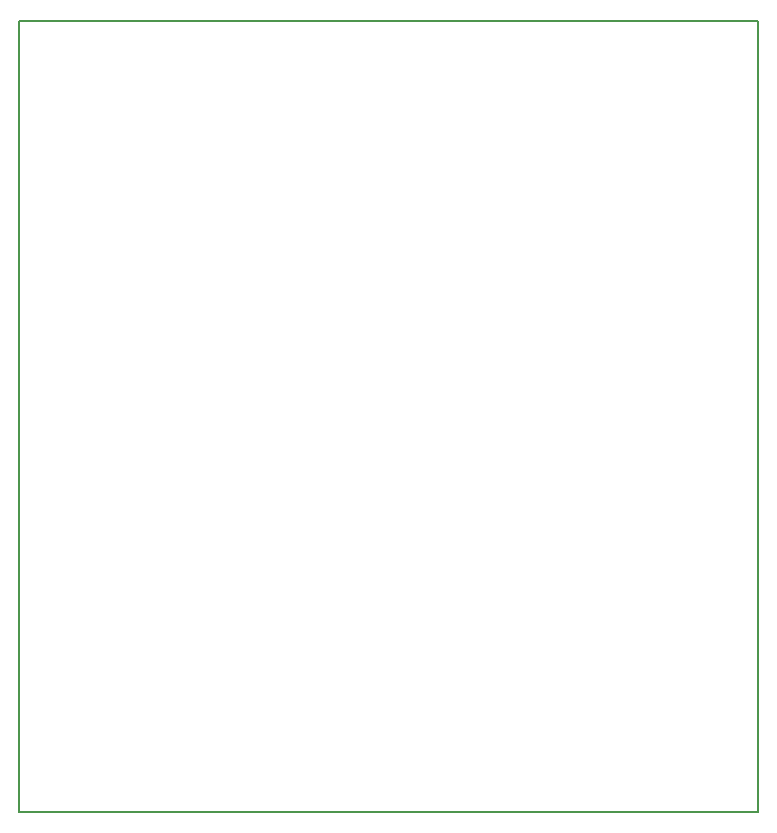
<source format=gbr>
G04 #@! TF.FileFunction,Profile,NP*
%FSLAX46Y46*%
G04 Gerber Fmt 4.6, Leading zero omitted, Abs format (unit mm)*
G04 Created by KiCad (PCBNEW 4.0.6-e0-6349~53~ubuntu16.04.1) date Tue Jul  4 14:56:25 2017*
%MOMM*%
%LPD*%
G01*
G04 APERTURE LIST*
%ADD10C,0.100000*%
%ADD11C,0.150000*%
G04 APERTURE END LIST*
D10*
D11*
X53000000Y-97000000D02*
X53000000Y-30000000D01*
X115500000Y-97000000D02*
X53000000Y-97000000D01*
X115500000Y-30000000D02*
X115500000Y-97000000D01*
X53000000Y-30000000D02*
X115500000Y-30000000D01*
M02*

</source>
